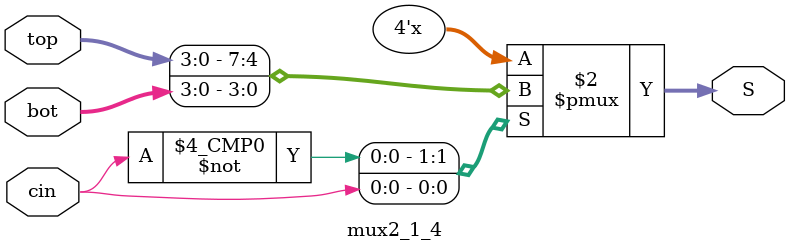
<source format=sv>
module mux2_1_4 (input logic [3:0] top, bot, input logic cin, output logic [3:0] S);

		// 4 bit parallel multiplexer implemented using case statement
		always_comb
		begin
				unique case(cin)
						1'b0	:	S <= top;
						1'b1	:	S <= bot;
				endcase
		end
		
		
endmodule 
</source>
